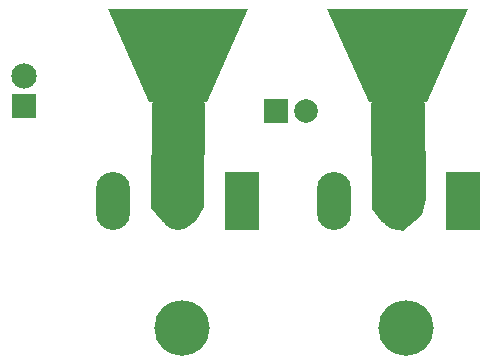
<source format=gbr>
G04 #@! TF.FileFunction,Soldermask,Bot*
%FSLAX46Y46*%
G04 Gerber Fmt 4.6, Leading zero omitted, Abs format (unit mm)*
G04 Created by KiCad (PCBNEW 4.0.6) date 08/17/17 15:10:42*
%MOMM*%
%LPD*%
G01*
G04 APERTURE LIST*
%ADD10C,0.100000*%
%ADD11R,2.150000X2.150000*%
%ADD12C,2.150000*%
%ADD13C,4.700000*%
%ADD14R,2.000000X2.000000*%
%ADD15C,2.000000*%
%ADD16R,2.900000X4.900000*%
%ADD17O,2.900000X4.900000*%
%ADD18C,0.254000*%
G04 APERTURE END LIST*
D10*
D11*
X4920000Y23840000D03*
D12*
X4920000Y26340000D03*
D13*
X37230000Y5070000D03*
D14*
X26250000Y23440000D03*
D15*
X28750000Y23440000D03*
D10*
G36*
X23860000Y32030000D02*
X20360000Y24130000D01*
X15460000Y24130000D01*
X11960000Y32030000D01*
X23860000Y32030000D01*
X23860000Y32030000D01*
G37*
D16*
X23356000Y15780000D03*
D17*
X17906000Y15780000D03*
X12456000Y15780000D03*
D16*
X42040000Y15780000D03*
D17*
X36590000Y15780000D03*
X31140000Y15780000D03*
D10*
G36*
X42480000Y32030000D02*
X38980000Y24130000D01*
X34080000Y24130000D01*
X30580000Y32030000D01*
X42480000Y32030000D01*
X42480000Y32030000D01*
G37*
D13*
X18230000Y5070000D03*
D18*
G36*
X19943331Y15353552D02*
X19288489Y14176733D01*
X17958382Y13530414D01*
X16622625Y14141852D01*
X15757187Y15311620D01*
X15796224Y24075353D01*
X20031699Y24121592D01*
X19943331Y15353552D01*
X19943331Y15353552D01*
G37*
X19943331Y15353552D02*
X19288489Y14176733D01*
X17958382Y13530414D01*
X16622625Y14141852D01*
X15757187Y15311620D01*
X15796224Y24075353D01*
X20031699Y24121592D01*
X19943331Y15353552D01*
G36*
X38722908Y16014701D02*
X38406402Y14700719D01*
X36897859Y13446743D01*
X35221681Y14143581D01*
X34436591Y15221897D01*
X34348267Y24123000D01*
X38673767Y24123000D01*
X38722908Y16014701D01*
X38722908Y16014701D01*
G37*
X38722908Y16014701D02*
X38406402Y14700719D01*
X36897859Y13446743D01*
X35221681Y14143581D01*
X34436591Y15221897D01*
X34348267Y24123000D01*
X38673767Y24123000D01*
X38722908Y16014701D01*
M02*

</source>
